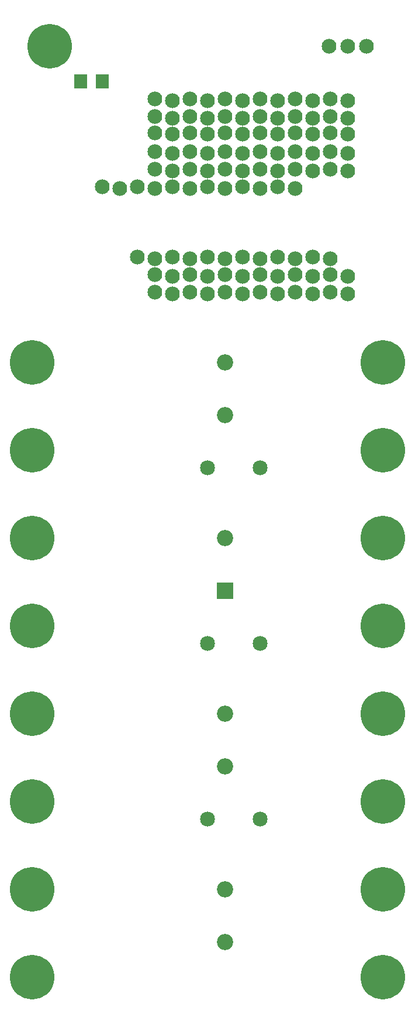
<source format=gbs>
G04 MADE WITH FRITZING*
G04 WWW.FRITZING.ORG*
G04 DOUBLE SIDED*
G04 HOLES PLATED*
G04 CONTOUR ON CENTER OF CONTOUR VECTOR*
%ASAXBY*%
%FSLAX23Y23*%
%MOIN*%
%OFA0B0*%
%SFA1.0B1.0*%
%ADD10C,0.085000*%
%ADD11C,0.092000*%
%ADD12C,0.254000*%
%ADD13C,0.084000*%
%ADD14R,0.092000X0.092000*%
%ADD15R,0.072992X0.084803*%
%ADD16C,0.030000*%
%LNMASK0*%
G90*
G70*
G54D10*
X1573Y3286D03*
X1273Y3286D03*
X1273Y2286D03*
X1573Y2286D03*
X1273Y1286D03*
X1573Y1286D03*
G54D11*
X1373Y586D03*
X1373Y886D03*
G54D12*
X2273Y2386D03*
X2273Y1886D03*
X373Y5686D03*
X273Y3386D03*
X2273Y1386D03*
X273Y886D03*
X273Y2886D03*
X273Y2386D03*
X273Y3886D03*
X2273Y3386D03*
X2273Y886D03*
X2273Y2886D03*
X273Y1386D03*
X2273Y3886D03*
X273Y1886D03*
X273Y386D03*
X2273Y386D03*
G54D11*
X1373Y3586D03*
X1373Y3886D03*
X1373Y1586D03*
X1373Y1886D03*
X1373Y2586D03*
X1373Y2886D03*
G54D13*
X2073Y4278D03*
X1973Y4286D03*
X1873Y4278D03*
X1773Y4286D03*
X1673Y4278D03*
X1573Y4286D03*
X1473Y4278D03*
X1373Y4286D03*
X1273Y4278D03*
X1173Y4286D03*
X1073Y4278D03*
X973Y4286D03*
X2073Y5278D03*
X1973Y5286D03*
X1873Y5278D03*
X1773Y5286D03*
X1673Y5278D03*
X1573Y5286D03*
X1473Y5278D03*
X1373Y5286D03*
X1273Y5278D03*
X1173Y5286D03*
X1073Y5278D03*
X973Y5286D03*
X2073Y5378D03*
X1973Y5386D03*
X1873Y5378D03*
X1773Y5386D03*
X1673Y5378D03*
X1573Y5386D03*
X1473Y5378D03*
X1373Y5386D03*
X1273Y5378D03*
X1173Y5386D03*
X1073Y5378D03*
X973Y5386D03*
X973Y5194D03*
X1073Y5186D03*
X1173Y5194D03*
X1273Y5186D03*
X1373Y5194D03*
X1473Y5186D03*
X1573Y5194D03*
X1673Y5186D03*
X1773Y5194D03*
X1873Y5186D03*
X1973Y5194D03*
X2073Y5186D03*
X2073Y5078D03*
X1973Y5086D03*
X1873Y5078D03*
X1773Y5086D03*
X1673Y5078D03*
X1573Y5086D03*
X1473Y5078D03*
X1373Y5086D03*
X1273Y5078D03*
X1173Y5086D03*
X1073Y5078D03*
X973Y5086D03*
X2073Y4978D03*
X1973Y4986D03*
X1873Y4978D03*
X1773Y4986D03*
X1673Y4978D03*
X1573Y4986D03*
X1473Y4978D03*
X1373Y4986D03*
X1273Y4978D03*
X1173Y4986D03*
X1073Y4978D03*
X973Y4986D03*
X1973Y4478D03*
X1873Y4486D03*
X1773Y4478D03*
X1673Y4486D03*
X1573Y4478D03*
X1473Y4486D03*
X1373Y4478D03*
X1273Y4486D03*
X1173Y4478D03*
X1073Y4486D03*
X973Y4478D03*
X873Y4486D03*
X1773Y4878D03*
X1673Y4886D03*
X1573Y4878D03*
X1473Y4886D03*
X1373Y4878D03*
X1273Y4886D03*
X1173Y4878D03*
X1073Y4886D03*
X973Y4878D03*
X873Y4886D03*
X773Y4878D03*
X673Y4886D03*
X2073Y4378D03*
X1973Y4386D03*
X1873Y4378D03*
X1773Y4386D03*
X1673Y4378D03*
X1573Y4386D03*
X1473Y4378D03*
X1373Y4386D03*
X1273Y4378D03*
X1173Y4386D03*
X1073Y4378D03*
X973Y4386D03*
X1966Y5686D03*
X2073Y5686D03*
X2180Y5686D03*
G54D14*
X1373Y2586D03*
G54D15*
X551Y5486D03*
X673Y5486D03*
G54D16*
G36*
X1342Y617D02*
X1404Y617D01*
X1404Y555D01*
X1342Y555D01*
X1342Y617D01*
G37*
D02*
G36*
X1342Y3617D02*
X1404Y3617D01*
X1404Y3555D01*
X1342Y3555D01*
X1342Y3617D01*
G37*
D02*
G36*
X1342Y1617D02*
X1404Y1617D01*
X1404Y1555D01*
X1342Y1555D01*
X1342Y1617D01*
G37*
D02*
G04 End of Mask0*
M02*
</source>
